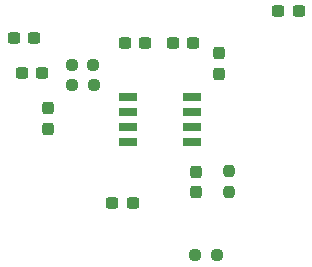
<source format=gbr>
%TF.GenerationSoftware,KiCad,Pcbnew,9.0.7*%
%TF.CreationDate,2026-02-19T00:10:07+05:30*%
%TF.ProjectId,breakout_board,62726561-6b6f-4757-945f-626f6172642e,rev?*%
%TF.SameCoordinates,Original*%
%TF.FileFunction,Paste,Top*%
%TF.FilePolarity,Positive*%
%FSLAX46Y46*%
G04 Gerber Fmt 4.6, Leading zero omitted, Abs format (unit mm)*
G04 Created by KiCad (PCBNEW 9.0.7) date 2026-02-19 00:10:07*
%MOMM*%
%LPD*%
G01*
G04 APERTURE LIST*
G04 Aperture macros list*
%AMRoundRect*
0 Rectangle with rounded corners*
0 $1 Rounding radius*
0 $2 $3 $4 $5 $6 $7 $8 $9 X,Y pos of 4 corners*
0 Add a 4 corners polygon primitive as box body*
4,1,4,$2,$3,$4,$5,$6,$7,$8,$9,$2,$3,0*
0 Add four circle primitives for the rounded corners*
1,1,$1+$1,$2,$3*
1,1,$1+$1,$4,$5*
1,1,$1+$1,$6,$7*
1,1,$1+$1,$8,$9*
0 Add four rect primitives between the rounded corners*
20,1,$1+$1,$2,$3,$4,$5,0*
20,1,$1+$1,$4,$5,$6,$7,0*
20,1,$1+$1,$6,$7,$8,$9,0*
20,1,$1+$1,$8,$9,$2,$3,0*%
G04 Aperture macros list end*
%ADD10RoundRect,0.237500X0.300000X0.237500X-0.300000X0.237500X-0.300000X-0.237500X0.300000X-0.237500X0*%
%ADD11R,1.500000X0.650000*%
%ADD12RoundRect,0.237500X-0.237500X0.300000X-0.237500X-0.300000X0.237500X-0.300000X0.237500X0.300000X0*%
%ADD13RoundRect,0.237500X0.237500X-0.300000X0.237500X0.300000X-0.237500X0.300000X-0.237500X-0.300000X0*%
%ADD14RoundRect,0.237500X-0.300000X-0.237500X0.300000X-0.237500X0.300000X0.237500X-0.300000X0.237500X0*%
%ADD15RoundRect,0.237500X-0.237500X0.250000X-0.237500X-0.250000X0.237500X-0.250000X0.237500X0.250000X0*%
%ADD16RoundRect,0.237500X0.250000X0.237500X-0.250000X0.237500X-0.250000X-0.237500X0.250000X-0.237500X0*%
%ADD17RoundRect,0.237500X-0.250000X-0.237500X0.250000X-0.237500X0.250000X0.237500X-0.250000X0.237500X0*%
G04 APERTURE END LIST*
D10*
%TO.C,C1*%
X144931300Y-70027800D03*
X143206300Y-70027800D03*
%TD*%
D11*
%TO.C,IC2*%
X130472200Y-77266800D03*
X130472200Y-78536800D03*
X130472200Y-79806800D03*
X130472200Y-81076800D03*
X135872200Y-81076800D03*
X135872200Y-79806800D03*
X135872200Y-78536800D03*
X135872200Y-77266800D03*
%TD*%
D12*
%TO.C,DC2*%
X123698000Y-78233100D03*
X123698000Y-79958100D03*
%TD*%
D13*
%TO.C,DC4*%
X136220200Y-85317500D03*
X136220200Y-83592500D03*
%TD*%
D10*
%TO.C,C7*%
X122528500Y-72288400D03*
X120803500Y-72288400D03*
%TD*%
%TO.C,DC3*%
X136015900Y-72694800D03*
X134290900Y-72694800D03*
%TD*%
D14*
%TO.C,C8*%
X121490400Y-75234800D03*
X123215400Y-75234800D03*
%TD*%
%TO.C,C6*%
X130201500Y-72720200D03*
X131926500Y-72720200D03*
%TD*%
D15*
%TO.C,R1*%
X139039600Y-83517100D03*
X139039600Y-85342100D03*
%TD*%
D13*
%TO.C,C9*%
X138176000Y-75285600D03*
X138176000Y-73560600D03*
%TD*%
D14*
%TO.C,DC1*%
X129134700Y-86258400D03*
X130859700Y-86258400D03*
%TD*%
D16*
%TO.C,R2*%
X127582300Y-76225400D03*
X125757300Y-76225400D03*
%TD*%
D17*
%TO.C,R4*%
X136171300Y-90652600D03*
X137996300Y-90652600D03*
%TD*%
%TO.C,R3*%
X125706500Y-74574400D03*
X127531500Y-74574400D03*
%TD*%
M02*

</source>
